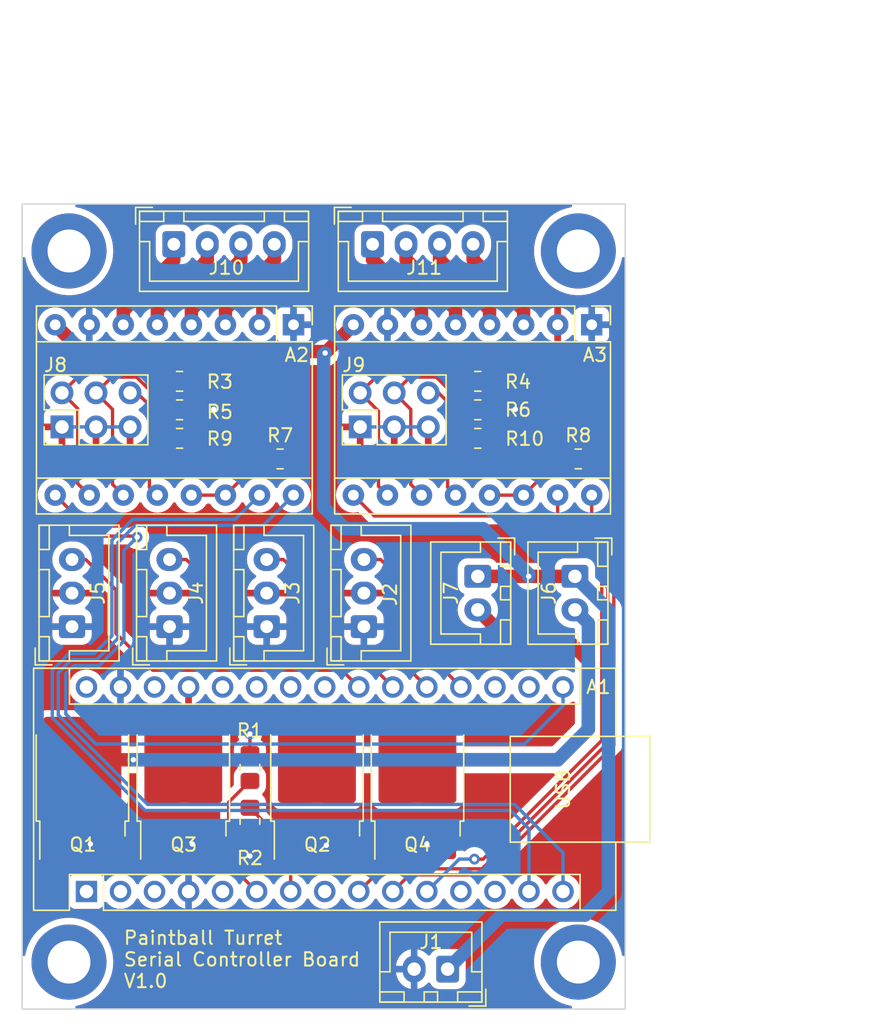
<source format=kicad_pcb>
(kicad_pcb (version 20221018) (generator pcbnew)
  (layers (0 "F.Cu" signal) (31 "B.Cu" signal) (34 "B.Paste" user) (35 "F.Paste" user) (36 "B.SilkS" user "B.Silkscreen") (37 "F.SilkS" user "F.Silkscreen") (38 "B.Mask" user) (39 "F.Mask" user) (44 "Edge.Cuts" user))
  (net 0 "")
  (net 4 "GND")
  (net 6 "trigger-primary")
  (net 7 "trigger-secondary")
  (net 9 "pitch-step")
  (net 10 "pitch-dir")
  (net 11 "pitch-enable")
  (net 14 "yaw-step")
  (net 15 "yaw-dir")
  (net 16 "yaw-enable")
  (net 23 "+5V")
  (net 26 "Net-(A2-1B)")
  (net 27 "Net-(A2-1A)")
  (net 28 "Net-(A2-2A)")
  (net 29 "Net-(A2-2B)")
  (net 30 "VCC")
  (net 31 "Net-(A2-MS1)")
  (net 32 "Net-(A2-MS2)")
  (net 33 "Net-(A2-MS3)")
  (net 34 "Net-(A2-~{RESET})")
  (net 35 "Net-(A3-1B)")
  (net 36 "Net-(A3-1A)")
  (net 37 "Net-(A3-2A)")
  (net 38 "Net-(A3-2B)")
  (net 39 "Net-(A3-MS1)")
  (net 40 "Net-(A3-MS2)")
  (net 41 "Net-(A3-MS3)")
  (net 42 "Net-(A3-~{RESET})")
  (net 43 "endstop-yaw")
  (net 44 "endstop-pitch-1")
  (net 45 "endstop-pitch-2")
  (net 46 "mag-sensor")
  (net 47 "Net-(J6-Pin_2)")
  (net 48 "Net-(J7-Pin_2)")
  (footprint "Connector_JST:JST_XH_B4B-XH-A_1x04_P2.50mm_Vertical" (layer "F.Cu") (at 131.32 43)
    (fp_text reference "J10" (at 3.93 1.75) (layer "F.SilkS"))
    (fp_text value "Conn_01x04")
    (pad "1" thru_hole roundrect locked (at 0 0) (size 1.7 1.95) (drill 0.95) (layers "*.Cu" "*.Mask") (roundrect_rratio 0.1470588235) (net 29 "Net-(A2-2B)"))
    (pad "2" thru_hole oval locked (at 2.5 0) (size 1.7 1.95) (drill 0.95) (layers "*.Cu" "*.Mask") (net 28 "Net-(A2-2A)"))
    (pad "3" thru_hole oval locked (at 5 0) (size 1.7 1.95) (drill 0.95) (layers "*.Cu" "*.Mask") (net 27 "Net-(A2-1A)"))
    (pad "4" thru_hole oval locked (at 7.5 0) (size 1.7 1.95) (drill 0.95) (layers "*.Cu" "*.Mask") (net 26 "Net-(A2-1B)"))
  )
  (footprint "MountingHole:MountingHole_3.2mm_M3_DIN965_Pad" (layer "F.Cu") (at 123.5 43.5)
    (fp_text reference "H1" hide)
    (fp_text value "MountingHole")
    (pad "1" thru_hole circle locked (at 0 0) (size 5.6 5.6) (drill 3.2) (layers "*.Cu" "*.Mask"))
  )
  (footprint "Connector_PinHeader_2.54mm:PinHeader_2x03_P2.54mm_Vertical" (layer "F.Cu") (at 122.975 56.615 90)
    (fp_text reference "J8" (at 4.615 -0.475 180) (layer "F.SilkS"))
    (fp_text value "Conn_02x03_Odd_Even")
    (pad "1" thru_hole rect locked (at 0 0 90) (size 1.7 1.7) (drill 1) (layers "*.Cu" "*.Mask") (net 23 "+5V"))
    (pad "2" thru_hole oval locked (at 2.54 0 90) (size 1.7 1.7) (drill 1) (layers "*.Cu" "*.Mask") (net 31 "Net-(A2-MS1)"))
    (pad "3" thru_hole oval locked (at 0 2.54 90) (size 1.7 1.7) (drill 1) (layers "*.Cu" "*.Mask") (net 23 "+5V"))
    (pad "4" thru_hole oval locked (at 2.54 2.54 90) (size 1.7 1.7) (drill 1) (layers "*.Cu" "*.Mask") (net 32 "Net-(A2-MS2)"))
    (pad "5" thru_hole oval locked (at 0 5.08 90) (size 1.7 1.7) (drill 1) (layers "*.Cu" "*.Mask") (net 23 "+5V"))
    (pad "6" thru_hole oval locked (at 2.54 5.08 90) (size 1.7 1.7) (drill 1) (layers "*.Cu" "*.Mask") (net 33 "Net-(A2-MS3)"))
  )
  (footprint "Connector_JST:JST_XH_B3B-XH-A_1x03_P2.50mm_Vertical" (layer "F.Cu") (at 123.725 71.5 90)
    (fp_text reference "J5" (at 2.5 1.925 90) (layer "F.SilkS"))
    (fp_text value "Conn_01x03")
    (pad "1" thru_hole roundrect locked (at 0 0 90) (size 1.7 1.95) (drill 0.95) (layers "*.Cu" "*.Mask") (roundrect_rratio 0.1470588235) (net 4 "GND"))
    (pad "2" thru_hole oval locked (at 2.5 0 90) (size 1.7 1.95) (drill 0.95) (layers "*.Cu" "*.Mask") (net 23 "+5V"))
    (pad "3" thru_hole oval locked (at 5 0 90) (size 1.7 1.95) (drill 0.95) (layers "*.Cu" "*.Mask") (net 46 "mag-sensor"))
  )
  (footprint "MountingHole:MountingHole_3.2mm_M3_DIN965_Pad" (layer "F.Cu") (at 161.5 43.5)
    (fp_text reference "H2" hide)
    (fp_text value "MountingHole")
    (pad "1" thru_hole circle locked (at 0 0) (size 5.6 5.6) (drill 3.2) (layers "*.Cu" "*.Mask"))
  )
  (footprint "Connector_JST:JST_XH_B4B-XH-A_1x04_P2.50mm_Vertical" (layer "F.Cu") (at 146.15 43)
    (fp_text reference "J11" (at 3.85 1.75) (layer "F.SilkS"))
    (fp_text value "Conn_01x04")
    (pad "1" thru_hole roundrect locked (at 0 0) (size 1.7 1.95) (drill 0.95) (layers "*.Cu" "*.Mask") (roundrect_rratio 0.1470588235) (net 38 "Net-(A3-2B)"))
    (pad "2" thru_hole oval locked (at 2.5 0) (size 1.7 1.95) (drill 0.95) (layers "*.Cu" "*.Mask") (net 37 "Net-(A3-2A)"))
    (pad "3" thru_hole oval locked (at 5 0) (size 1.7 1.95) (drill 0.95) (layers "*.Cu" "*.Mask") (net 36 "Net-(A3-1A)"))
    (pad "4" thru_hole oval locked (at 7.5 0) (size 1.7 1.95) (drill 0.95) (layers "*.Cu" "*.Mask") (net 35 "Net-(A3-1B)"))
  )
  (footprint "Connector_JST:JST_XH_B2B-XH-A_1x02_P2.50mm_Vertical" (layer "F.Cu") (at 161.25 67.75 -90)
    (fp_text reference "J6" (at 1.25 1.95 90) (layer "F.SilkS"))
    (fp_text value "Conn_01x02")
    (pad "1" thru_hole roundrect locked (at 0 0 270) (size 1.7 2) (drill 1) (layers "*.Cu" "*.Mask") (roundrect_rratio 0.1470588235) (net 30 "VCC"))
    (pad "2" thru_hole oval locked (at 2.5 0 270) (size 1.7 2) (drill 1) (layers "*.Cu" "*.Mask") (net 47 "Net-(J6-Pin_2)"))
  )
  (footprint "Connector_JST:JST_XH_B3B-XH-A_1x03_P2.50mm_Vertical" (layer "F.Cu") (at 131 71.5 90)
    (fp_text reference "J4" (at 2.5 1.975 90) (layer "F.SilkS"))
    (fp_text value "Conn_01x03")
    (pad "1" thru_hole roundrect locked (at 0 0 90) (size 1.7 1.95) (drill 0.95) (layers "*.Cu" "*.Mask") (roundrect_rratio 0.1470588235) (net 4 "GND"))
    (pad "2" thru_hole oval locked (at 2.5 0 90) (size 1.7 1.95) (drill 0.95) (layers "*.Cu" "*.Mask") (net 23 "+5V"))
    (pad "3" thru_hole oval locked (at 5 0 90) (size 1.7 1.95) (drill 0.95) (layers "*.Cu" "*.Mask") (net 45 "endstop-pitch-2"))
  )
  (footprint "Module:Arduino_Nano" (layer "F.Cu") (at 124.8 91.24 90)
    (fp_text reference "A1" (at 15.24 38.2 180) (layer "F.SilkS"))
    (fp_text value "Arduino_Nano_v3.x")
    (fp_text user "USB" (at 7.62 35.56 90 unlocked) (layer "F.SilkS"))
    (pad "1" thru_hole rect locked (at 0 0 90) (size 1.6 1.6) (drill 1) (layers "*.Cu" "*.Mask"))
    (pad "2" thru_hole oval locked (at 0 2.54 90) (size 1.6 1.6) (drill 1) (layers "*.Cu" "*.Mask"))
    (pad "3" thru_hole oval locked (at 0 5.08 90) (size 1.6 1.6) (drill 1) (layers "*.Cu" "*.Mask"))
    (pad "4" thru_hole oval locked (at 0 7.62 90) (size 1.6 1.6) (drill 1) (layers "*.Cu" "*.Mask") (net 4 "GND"))
    (pad "5" thru_hole oval locked (at 0 10.16 90) (size 1.6 1.6) (drill 1) (layers "*.Cu" "*.Mask"))
    (pad "6" thru_hole oval locked (at 0 12.7 90) (size 1.6 1.6) (drill 1) (layers "*.Cu" "*.Mask") (net 6 "trigger-primary"))
    (pad "7" thru_hole oval locked (at 0 15.24 90) (size 1.6 1.6) (drill 1) (layers "*.Cu" "*.Mask") (net 7 "trigger-secondary"))
    (pad "8" thru_hole oval locked (at 0 17.78 90) (size 1.6 1.6) (drill 1) (layers "*.Cu" "*.Mask"))
    (pad "9" thru_hole oval locked (at 0 20.32 90) (size 1.6 1.6) (drill 1) (layers "*.Cu" "*.Mask") (net 9 "pitch-step"))
    (pad "10" thru_hole oval locked (at 0 22.86 90) (size 1.6 1.6) (drill 1) (layers "*.Cu" "*.Mask") (net 10 "pitch-dir"))
    (pad "11" thru_hole oval locked (at 0 25.4 90) (size 1.6 1.6) (drill 1) (layers "*.Cu" "*.Mask") (net 11 "pitch-enable"))
    (pad "12" thru_hole oval locked (at 0 27.94 90) (size 1.6 1.6) (drill 1) (layers "*.Cu" "*.Mask"))
    (pad "13" thru_hole oval locked (at 0 30.48 90) (size 1.6 1.6) (drill 1) (layers "*.Cu" "*.Mask"))
    (pad "14" thru_hole oval locked (at 0 33.02 90) (size 1.6 1.6) (drill 1) (layers "*.Cu" "*.Mask") (net 14 "yaw-step"))
    (pad "15" thru_hole oval locked (at 0 35.56 90) (size 1.6 1.6) (drill 1) (layers "*.Cu" "*.Mask") (net 15 "yaw-dir"))
    (pad "16" thru_hole oval locked (at 15.24 35.56 90) (size 1.6 1.6) (drill 1) (layers "*.Cu" "*.Mask") (net 16 "yaw-enable"))
    (pad "17" thru_hole oval locked (at 15.24 33.02 90) (size 1.6 1.6) (drill 1) (layers "*.Cu" "*.Mask"))
    (pad "18" thru_hole oval locked (at 15.24 30.48 90) (size 1.6 1.6) (drill 1) (layers "*.Cu" "*.Mask"))
    (pad "19" thru_hole oval locked (at 15.24 27.94 90) (size 1.6 1.6) (drill 1) (layers "*.Cu" "*.Mask") (net 43 "endstop-yaw"))
    (pad "20" thru_hole oval locked (at 15.24 25.4 90) (size 1.6 1.6) (drill 1) (layers "*.Cu" "*.Mask") (net 44 "endstop-pitch-1"))
    (pad "21" thru_hole oval locked (at 15.24 22.86 90) (size 1.6 1.6) (drill 1) (layers "*.Cu" "*.Mask") (net 45 "endstop-pitch-2"))
    (pad "22" thru_hole oval locked (at 15.24 20.32 90) (size 1.6 1.6) (drill 1) (layers "*.Cu" "*.Mask") (net 46 "mag-sensor"))
    (pad "23" thru_hole oval locked (at 15.24 17.78 90) (size 1.6 1.6) (drill 1) (layers "*.Cu" "*.Mask"))
    (pad "24" thru_hole oval locked (at 15.24 15.24 90) (size 1.6 1.6) (drill 1) (layers "*.Cu" "*.Mask"))
    (pad "25" thru_hole oval locked (at 15.24 12.7 90) (size 1.6 1.6) (drill 1) (layers "*.Cu" "*.Mask"))
    (pad "26" thru_hole oval locked (at 15.24 10.16 90) (size 1.6 1.6) (drill 1) (layers "*.Cu" "*.Mask"))
    (pad "27" thru_hole oval locked (at 15.24 7.62 90) (size 1.6 1.6) (drill 1) (layers "*.Cu" "*.Mask") (net 23 "+5V"))
    (pad "28" thru_hole oval locked (at 15.24 5.08 90) (size 1.6 1.6) (drill 1) (layers "*.Cu" "*.Mask"))
    (pad "29" thru_hole oval locked (at 15.24 2.54 90) (size 1.6 1.6) (drill 1) (layers "*.Cu" "*.Mask") (net 4 "GND"))
    (pad "30" thru_hole oval locked (at 15.24 0 90) (size 1.6 1.6) (drill 1) (layers "*.Cu" "*.Mask"))
  )
  (footprint "Resistor_SMD:R_0805_2012Metric_Pad1.20x1.40mm_HandSolder" (layer "F.Cu") (at 137 86 -90)
    (fp_text reference "R2" (at 2.75 0 -180) (layer "F.SilkS"))
    (fp_text value "10k")
    (pad "1" smd roundrect locked (at -1 0 270) (size 1.2 1.4) (layers "F.Cu" "F.Paste" "F.Mask") (roundrect_rratio 0.2083333333) (net 7 "trigger-secondary"))
    (pad "2" smd roundrect locked (at 1 0 270) (size 1.2 1.4) (layers "F.Cu" "F.Paste" "F.Mask") (roundrect_rratio 0.2083333333) (net 4 "GND"))
  )
  (footprint "Resistor_SMD:R_0805_2012Metric_Pad1.20x1.40mm_HandSolder" (layer "F.Cu") (at 154 57.465 180)
    (fp_text reference "R10" (at -3.5 -0.035) (layer "F.SilkS"))
    (fp_text value "10k")
    (pad "1" smd roundrect locked (at -1 0 180) (size 1.2 1.4) (layers "F.Cu" "F.Paste" "F.Mask") (roundrect_rratio 0.2083333333) (net 4 "GND"))
    (pad "2" smd roundrect locked (at 1 0 180) (size 1.2 1.4) (layers "F.Cu" "F.Paste" "F.Mask") (roundrect_rratio 0.2083333333) (net 41 "Net-(A3-MS3)"))
  )
  (footprint "MountingHole:MountingHole_3.2mm_M3_DIN965_Pad" (layer "F.Cu") (at 161.5 96.5)
    (fp_text reference "H4" hide)
    (fp_text value "MountingHole")
    (pad "1" thru_hole circle locked (at 0 0) (size 5.6 5.6) (drill 3.2) (layers "*.Cu" "*.Mask"))
  )
  (footprint "Module:Pololu_Breakout-16_15.2x20.3mm" (layer "F.Cu") (at 140.25 49 -90)
    (fp_text reference locked "A2" (at 2.25 -0.25) (layer "F.SilkS"))
    (fp_text value "Pololu_Breakout_A4988")
    (pad "1" thru_hole rect locked (at 0 0 270) (size 1.6 1.6) (drill 0.8) (layers "*.Cu" "*.Mask") (net 4 "GND"))
    (pad "2" thru_hole oval locked (at 0 2.54 270) (size 1.6 1.6) (drill 0.8) (layers "*.Cu" "*.Mask") (net 23 "+5V"))
    (pad "3" thru_hole oval locked (at 0 5.08 270) (size 1.6 1.6) (drill 0.8) (layers "*.Cu" "*.Mask") (net 26 "Net-(A2-1B)"))
    (pad "4" thru_hole oval locked (at 0 7.62 270) (size 1.6 1.6) (drill 0.8) (layers "*.Cu" "*.Mask") (net 27 "Net-(A2-1A)"))
    (pad "5" thru_hole oval locked (at 0 10.16 270) (size 1.6 1.6) (drill 0.8) (layers "*.Cu" "*.Mask") (net 28 "Net-(A2-2A)"))
    (pad "6" thru_hole oval locked (at 0 12.7 270) (size 1.6 1.6) (drill 0.8) (layers "*.Cu" "*.Mask") (net 29 "Net-(A2-2B)"))
    (pad "7" thru_hole oval locked (at 0 15.24 270) (size 1.6 1.6) (drill 0.8) (layers "*.Cu" "*.Mask") (net 4 "GND"))
    (pad "8" thru_hole oval locked (at 0 17.78 270) (size 1.6 1.6) (drill 0.8) (layers "*.Cu" "*.Mask") (net 30 "VCC"))
    (pad "9" thru_hole oval locked (at 12.7 17.78 270) (size 1.6 1.6) (drill 0.8) (layers "*.Cu" "*.Mask") (net 16 "yaw-enable"))
    (pad "10" thru_hole oval locked (at 12.7 15.24 270) (size 1.6 1.6) (drill 0.8) (layers "*.Cu" "*.Mask") (net 31 "Net-(A2-MS1)"))
    (pad "11" thru_hole oval locked (at 12.7 12.7 270) (size 1.6 1.6) (drill 0.8) (layers "*.Cu" "*.Mask") (net 32 "Net-(A2-MS2)"))
    (pad "12" thru_hole oval locked (at 12.7 10.16 270) (size 1.6 1.6) (drill 0.8) (layers "*.Cu" "*.Mask") (net 33 "Net-(A2-MS3)"))
    (pad "13" thru_hole oval locked (at 12.7 7.62 270) (size 1.6 1.6) (drill 0.8) (layers "*.Cu" "*.Mask") (net 34 "Net-(A2-~{RESET})"))
    (pad "14" thru_hole oval locked (at 12.7 5.08 270) (size 1.6 1.6) (drill 0.8) (layers "*.Cu" "*.Mask") (net 34 "Net-(A2-~{RESET})"))
    (pad "15" thru_hole oval locked (at 12.7 2.54 270) (size 1.6 1.6) (drill 0.8) (layers "*.Cu" "*.Mask") (net 14 "yaw-step"))
    (pad "16" thru_hole oval locked (at 12.7 0 270) (size 1.6 1.6) (drill 0.8) (layers "*.Cu" "*.Mask") (net 15 "yaw-dir"))
  )
  (footprint "Resistor_SMD:R_0805_2012Metric_Pad1.20x1.40mm_HandSolder" (layer "F.Cu") (at 139.25 59 180)
    (fp_text reference "R7" (at 0 1.75) (layer "F.SilkS"))
    (fp_text value "10k")
    (pad "1" smd roundrect locked (at -1 0 180) (size 1.2 1.4) (layers "F.Cu" "F.Paste" "F.Mask") (roundrect_rratio 0.2083333333) (net 23 "+5V"))
    (pad "2" smd roundrect locked (at 1 0 180) (size 1.2 1.4) (layers "F.Cu" "F.Paste" "F.Mask") (roundrect_rratio 0.2083333333) (net 34 "Net-(A2-~{RESET})"))
  )
  (footprint "Resistor_SMD:R_0805_2012Metric_Pad1.20x1.40mm_HandSolder" (layer "F.Cu") (at 131.75 55.34 180)
    (fp_text reference "R5" (at -3 -0.16) (layer "F.SilkS"))
    (fp_text value "10k")
    (pad "1" smd roundrect locked (at -1 0 180) (size 1.2 1.4) (layers "F.Cu" "F.Paste" "F.Mask") (roundrect_rratio 0.2083333333) (net 4 "GND"))
    (pad "2" smd roundrect locked (at 1 0 180) (size 1.2 1.4) (layers "F.Cu" "F.Paste" "F.Mask") (roundrect_rratio 0.2083333333) (net 32 "Net-(A2-MS2)"))
  )
  (footprint "Package_TO_SOT_SMD:TO-252-2" (layer "F.Cu") (at 132.03 82.685 90)
    (fp_text reference "Q3" (at -5.065 0.03 180) (layer "F.SilkS"))
    (fp_text value "D4184")
    (pad "1" smd roundrect locked (at -5.04 -2.28 90) (size 2.2 1.2) (layers "F.Cu" "F.Paste" "F.Mask") (roundrect_rratio 0.2083333333) (net 6 "trigger-primary"))
    (pad "2" smd roundrect locked (at -0.415 -1.525 90) (size 3.05 2.75) (layers "F.Cu" "F.Paste") (roundrect_rratio 0.09090909091) (net 47 "Net-(J6-Pin_2)"))
    (pad "2" smd roundrect locked (at -0.415 1.525 90) (size 3.05 2.75) (layers "F.Cu" "F.Paste") (roundrect_rratio 0.09090909091) (net 47 "Net-(J6-Pin_2)"))
    (pad "2" smd roundrect locked (at 1.26 0 90) (size 6.4 5.8) (layers "F.Cu" "F.Mask") (roundrect_rratio 0.04310293103) (net 47 "Net-(J6-Pin_2)"))
    (pad "2" smd roundrect locked (at 2.935 -1.525 90) (size 3.05 2.75) (layers "F.Cu" "F.Paste") (roundrect_rratio 0.09090909091) (net 47 "Net-(J6-Pin_2)"))
    (pad "2" smd roundrect locked (at 2.935 1.525 90) (size 3.05 2.75) (layers "F.Cu" "F.Paste") (roundrect_rratio 0.09090909091) (net 47 "Net-(J6-Pin_2)"))
    (pad "3" smd roundrect locked (at -5.04 2.28 90) (size 2.2 1.2) (layers "F.Cu" "F.Paste" "F.Mask") (roundrect_rratio 0.2083333333) (net 4 "GND"))
  )
  (footprint "Resistor_SMD:R_0805_2012Metric_Pad1.20x1.40mm_HandSolder" (layer "F.Cu") (at 161.5 59 180)
    (fp_text reference "R8" (at 0 1.75) (layer "F.SilkS"))
    (fp_text value "10k")
    (pad "1" smd roundrect locked (at -1 0 180) (size 1.2 1.4) (layers "F.Cu" "F.Paste" "F.Mask") (roundrect_rratio 0.2083333333) (net 23 "+5V"))
    (pad "2" smd roundrect locked (at 1 0 180) (size 1.2 1.4) (layers "F.Cu" "F.Paste" "F.Mask") (roundrect_rratio 0.2083333333) (net 42 "Net-(A3-~{RESET})"))
  )
  (footprint "Resistor_SMD:R_0805_2012Metric_Pad1.20x1.40mm_HandSolder" (layer "F.Cu") (at 131.75 53.215 180)
    (fp_text reference "R3" (at -3 -0.035) (layer "F.SilkS"))
    (fp_text value "10k")
    (pad "1" smd roundrect locked (at -1 0 180) (size 1.2 1.4) (layers "F.Cu" "F.Paste" "F.Mask") (roundrect_rratio 0.2083333333) (net 4 "GND"))
    (pad "2" smd roundrect locked (at 1 0 180) (size 1.2 1.4) (layers "F.Cu" "F.Paste" "F.Mask") (roundrect_rratio 0.2083333333) (net 31 "Net-(A2-MS1)"))
  )
  (footprint "Package_TO_SOT_SMD:TO-252-2" (layer "F.Cu") (at 149.5 82.685 90)
    (fp_text reference "Q4" (at -5.065 0 180) (layer "F.SilkS"))
    (fp_text value "D4184")
    (pad "1" smd roundrect locked (at -5.04 -2.28 90) (size 2.2 1.2) (layers "F.Cu" "F.Paste" "F.Mask") (roundrect_rratio 0.2083333333) (net 7 "trigger-secondary"))
    (pad "2" smd roundrect locked (at -0.415 -1.525 90) (size 3.05 2.75) (layers "F.Cu" "F.Paste") (roundrect_rratio 0.09090909091) (net 48 "Net-(J7-Pin_2)"))
    (pad "2" smd roundrect locked (at -0.415 1.525 90) (size 3.05 2.75) (layers "F.Cu" "F.Paste") (roundrect_rratio 0.09090909091) (net 48 "Net-(J7-Pin_2)"))
    (pad "2" smd roundrect locked (at 1.26 0 90) (size 6.4 5.8) (layers "F.Cu" "F.Mask") (roundrect_rratio 0.04310293103) (net 48 "Net-(J7-Pin_2)"))
    (pad "2" smd roundrect locked (at 2.935 -1.525 90) (size 3.05 2.75) (layers "F.Cu" "F.Paste") (roundrect_rratio 0.09090909091) (net 48 "Net-(J7-Pin_2)"))
    (pad "2" smd roundrect locked (at 2.935 1.525 90) (size 3.05 2.75) (layers "F.Cu" "F.Paste") (roundrect_rratio 0.09090909091) (net 48 "Net-(J7-Pin_2)"))
    (pad "3" smd roundrect locked (at -5.04 2.28 90) (size 2.2 1.2) (layers "F.Cu" "F.Paste" "F.Mask") (roundrect_rratio 0.2083333333) (net 4 "GND"))
  )
  (footprint "Connector_JST:JST_XH_B2B-XH-A_1x02_P2.50mm_Vertical" (layer "F.Cu") (at 154 67.75 -90)
    (fp_text reference "J7" (at 1.25 2 90) (layer "F.SilkS"))
    (fp_text value "Conn_01x02")
    (pad "1" thru_hole roundrect locked (at 0 0 270) (size 1.7 2) (drill 1) (layers "*.Cu" "*.Mask") (roundrect_rratio 0.1470588235) (net 30 "VCC"))
    (pad "2" thru_hole oval locked (at 2.5 0 270) (size 1.7 2) (drill 1) (layers "*.Cu" "*.Mask") (net 48 "Net-(J7-Pin_2)"))
  )
  (footprint "Resistor_SMD:R_0805_2012Metric_Pad1.20x1.40mm_HandSolder" (layer "F.Cu") (at 154 53.215 180)
    (fp_text reference "R4" (at -3 -0.035) (layer "F.SilkS"))
    (fp_text value "10k")
    (pad "1" smd roundrect locked (at -1 0 180) (size 1.2 1.4) (layers "F.Cu" "F.Paste" "F.Mask") (roundrect_rratio 0.2083333333) (net 4 "GND"))
    (pad "2" smd roundrect locked (at 1 0 180) (size 1.2 1.4) (layers "F.Cu" "F.Paste" "F.Mask") (roundrect_rratio 0.2083333333) (net 39 "Net-(A3-MS1)"))
  )
  (footprint "Resistor_SMD:R_0805_2012Metric_Pad1.20x1.40mm_HandSolder" (layer "F.Cu") (at 137 82 90)
    (fp_text reference "R1" (at 2.75 0 180) (layer "F.SilkS"))
    (fp_text value "10k")
    (pad "1" smd roundrect locked (at -1 0 90) (size 1.2 1.4) (layers "F.Cu" "F.Paste" "F.Mask") (roundrect_rratio 0.2083333333) (net 6 "trigger-primary"))
    (pad "2" smd roundrect locked (at 1 0 90) (size 1.2 1.4) (layers "F.Cu" "F.Paste" "F.Mask") (roundrect_rratio 0.2083333333) (net 4 "GND"))
  )
  (footprint "Package_TO_SOT_SMD:TO-252-2" (layer "F.Cu") (at 142 82.685 90)
    (fp_text reference "Q2" (at -5.065 0.03 180) (layer "F.SilkS"))
    (fp_text value "D4184")
    (pad "1" smd roundrect locked (at -5.04 -2.28 90) (size 2.2 1.2) (layers "F.Cu" "F.Paste" "F.Mask") (roundrect_rratio 0.2083333333) (net 7 "trigger-secondary"))
    (pad "2" smd roundrect locked (at -0.415 -1.525 90) (size 3.05 2.75) (layers "F.Cu" "F.Paste") (roundrect_rratio 0.09090909091) (net 48 "Net-(J7-Pin_2)"))
    (pad "2" smd roundrect locked (at -0.415 1.525 90) (size 3.05 2.75) (layers "F.Cu" "F.Paste") (roundrect_rratio 0.09090909091) (net 48 "Net-(J7-Pin_2)"))
    (pad "2" smd roundrect locked (at 1.26 0 90) (size 6.4 5.8) (layers "F.Cu" "F.Mask") (roundrect_rratio 0.04310293103) (net 48 "Net-(J7-Pin_2)"))
    (pad "2" smd roundrect locked (at 2.935 -1.525 90) (size 3.05 2.75) (layers "F.Cu" "F.Paste") (roundrect_rratio 0.09090909091) (net 48 "Net-(J7-Pin_2)"))
    (pad "2" smd roundrect locked (at 2.935 1.525 90) (size 3.05 2.75) (layers "F.Cu" "F.Paste") (roundrect_rratio 0.09090909091) (net 48 "Net-(J7-Pin_2)"))
    (pad "3" smd roundrect locked (at -5.04 2.28 90) (size 2.2 1.2) (layers "F.Cu" "F.Paste" "F.Mask") (roundrect_rratio 0.2083333333) (net 4 "GND"))
  )
  (footprint "MountingHole:MountingHole_3.2mm_M3_DIN965_Pad" (layer "F.Cu") (at 123.5 96.5)
    (fp_text reference "H3" hide)
    (fp_text value "MountingHole")
    (pad "1" thru_hole circle locked (at 0 0) (size 5.6 5.6) (drill 3.2) (layers "*.Cu" "*.Mask"))
  )
  (footprint "Connector_JST:JST_XH_B2B-XH-A_1x02_P2.50mm_Vertical" (layer "F.Cu") (at 151.75 97.025 180)
    (fp_text reference "J1" (at 1.25 2.025) (layer "F.SilkS"))
    (fp_text value "Conn_01x02")
    (pad "1" thru_hole roundrect locked (at 0 0 180) (size 1.7 2) (drill 1) (layers "*.Cu" "*.Mask") (roundrect_rratio 0.1470588235) (net 30 "VCC"))
    (pad "2" thru_hole oval locked (at 2.5 0 180) (size 1.7 2) (drill 1) (layers "*.Cu" "*.Mask") (net 4 "GND"))
  )
  (footprint "Connector_JST:JST_XH_B3B-XH-A_1x03_P2.50mm_Vertical" (layer "F.Cu") (at 145.5 71.5 90)
    (fp_text reference "J2" (at 2.4 1.95 90) (layer "F.SilkS"))
    (fp_text value "Conn_01x03")
    (pad "1" thru_hole roundrect locked (at 0 0 90) (size 1.7 1.95) (drill 0.95) (layers "*.Cu" "*.Mask") (roundrect_rratio 0.1470588235) (net 4 "GND"))
    (pad "2" thru_hole oval locked (at 2.5 0 90) (size 1.7 1.95) (drill 0.95) (layers "*.Cu" "*.Mask") (net 23 "+5V"))
    (pad "3" thru_hole oval locked (at 5 0 90) (size 1.7 1.95) (drill 0.95) (layers "*.Cu" "*.Mask") (net 43 "endstop-yaw"))
  )
  (footprint "Connector_PinHeader_2.54mm:PinHeader_2x03_P2.54mm_Vertical" (layer "F.Cu") (at 145.225 56.615 90)
    (fp_text reference "J9" (at 4.615 -0.475 180) (layer "F.SilkS"))
    (fp_text value "Conn_02x03_Odd_Even")
    (pad "1" thru_hole rect locked (at 0 0 90) (size 1.7 1.7) (drill 1) (layers "*.Cu" "*.Mask") (net 23 "+5V"))
    (pad "2" thru_hole oval locked (at 2.54 0 90) (size 1.7 1.7) (drill 1) (layers "*.Cu" "*.Mask") (net 39 "Net-(A3-MS1)"))
    (pad "3" thru_hole oval locked (at 0 2.54 90) (size 1.7 1.7) (drill 1) (layers "*.Cu" "*.Mask") (net 23 "+5V"))
    (pad "4" thru_hole oval locked (at 2.54 2.54 90) (size 1.7 1.7) (drill 1) (layers "*.Cu" "*.Mask") (net 40 "Net-(A3-MS2)"))
    (pad "5" thru_hole oval locked (at 0 5.08 90) (size 1.7 1.7) (drill 1) (layers "*.Cu" "*.Mask") (net 23 "+5V"))
    (pad "6" thru_hole oval locked (at 2.54 5.08 90) (size 1.7 1.7) (drill 1) (layers "*.Cu" "*.Mask") (net 41 "Net-(A3-MS3)"))
  )
  (footprint "Resistor_SMD:R_0805_2012Metric_Pad1.20x1.40mm_HandSolder" (layer "F.Cu") (at 154 55.34 180)
    (fp_text reference "R6" (at -3 0) (layer "F.SilkS"))
    (fp_text value "10k")
    (pad "1" smd roundrect locked (at -1 0 180) (size 1.2 1.4) (layers "F.Cu" "F.Paste" "F.Mask") (roundrect_rratio 0.2083333333) (net 4 "GND"))
    (pad "2" smd roundrect locked (at 1 0 180) (size 1.2 1.4) (layers "F.Cu" "F.Paste" "F.Mask") (roundrect_rratio 0.2083333333) (net 40 "Net-(A3-MS2)"))
  )
  (footprint "Connector_JST:JST_XH_B3B-XH-A_1x03_P2.50mm_Vertical" (layer "F.Cu") (at 138.25 71.5 90)
    (fp_text reference "J3" (at 2.5 1.925 90) (layer "F.SilkS"))
    (fp_text value "Conn_01x03")
    (pad "1" thru_hole roundrect locked (at 0 0 90) (size 1.7 1.95) (drill 0.95) (layers "*.Cu" "*.Mask") (roundrect_rratio 0.1470588235) (net 4 "GND"))
    (pad "2" thru_hole oval locked (at 2.5 0 90) (size 1.7 1.95) (drill 0.95) (layers "*.Cu" "*.Mask") (net 23 "+5V"))
    (pad "3" thru_hole oval locked (at 5 0 90) (size 1.7 1.95) (drill 0.95) (layers "*.Cu" "*.Mask") (net 44 "endstop-pitch-1"))
  )
  (footprint "Resistor_SMD:R_0805_2012Metric_Pad1.20x1.40mm_HandSolder" (layer "F.Cu") (at 131.75 57.465 180)
    (fp_text reference "R9" (at -3 -0.035) (layer "F.SilkS"))
    (fp_text value "10k")
    (pad "1" smd roundrect locked (at -1 0 180) (size 1.2 1.4) (layers "F.Cu" "F.Paste" "F.Mask") (roundrect_rratio 0.2083333333) (net 4 "GND"))
    (pad "2" smd roundrect locked (at 1 0 180) (size 1.2 1.4) (layers "F.Cu" "F.Paste" "F.Mask") (roundrect_rratio 0.2083333333) (net 33 "Net-(A2-MS3)"))
  )
  (footprint "Module:Pololu_Breakout-16_15.2x20.3mm" (layer "F.Cu") (at 162.5 49 -90)
    (fp_text reference locked "A3" (at 2.25 -0.25) (layer "F.SilkS"))
    (fp_text value "Pololu_Breakout_A4988")
    (pad "1" thru_hole rect locked (at 0 0 270) (size 1.6 1.6) (drill 0.8) (layers "*.Cu" "*.Mask") (net 4 "GND"))
    (pad "2" thru_hole oval locked (at 0 2.54 270) (size 1.6 1.6) (drill 0.8) (layers "*.Cu" "*.Mask") (net 23 "+5V"))
    (pad "3" thru_hole oval locked (at 0 5.08 270) (size 1.6 1.6) (drill 0.8) (layers "*.Cu" "*.Mask") (net 35 "Net-(A3-1B)"))
    (pad "4" thru_hole oval locked (at 0 7.62 270) (size 1.6 1.6) (drill 0.8) (layers "*.Cu" "*.Mask") (net 36 "Net-(A3-1A)"))
    (pad "5" thru_hole oval locked (at 0 10.16 270) (size 1.6 1.6) (drill 0.8) (layers "*.Cu" "*.Mask") (net 37 "Net-(A3-2A)"))
    (pad "6" thru_hole oval locked (at 0 12.7 270) (size 1.6 1.6) (drill 0.8) (layers "*.Cu" "*.Mask") (net 38 "Net-(A3-2B)"))
    (pad "7" thru_hole oval locked (at 0 15.24 270) (size 1.6 1.6) (drill 0.8) (layers "*.Cu" "*.Mask") (net 4 "GND"))
    (pad "8" thru_hole oval locked (at 0 17.78 270) (size 1.6 1.6) (drill 0.8) (layers "*.Cu" "*.Mask") (net 30 "VCC"))
    (pad "9" thru_hole oval locked (at 12.7 17.78 270) (size 1.6 1.6) (drill 0.8) (layers "*.Cu" "*.Mask") (net 11 "pitch-enable"))
    (pad "10" thru_hole oval locked (at 12.7 15.24 270) (size 1.6 1.6) (drill 0.8) (layers "*.Cu" "*.Mask") (net 39 "Net-(A3-MS1)"))
    (pad "11" thru_hole oval locked (at 12.7 12.7 270) (size 1.6 1.6) (drill 0.8) (layers "*.Cu" "*.Mask") (net 40 "Net-(A3-MS2)"))
    (pad "12" thru_hole oval locked (at 12.7 10.16 270) (size 1.6 1.6) (drill 0.8) (layers "*.Cu" "*.Mask") (net 41 "Net-(A3-MS3)"))
    (pad "13" thru_hole oval locked (at 12.7 7.62 270) (size 1.6 1.6) (drill 0.8) (layers "*.Cu" "*.Mask") (net 42 "Net-(A3-~{RESET})"))
    (pad "14" thru_hole oval locked (at 12.7 5.08 270) (size 1.6 1.6) (drill 0.8) (layers "*.Cu" "*.Mask") (net 42 "Net-(A3-~{RESET})"))
    (pad "15" thru_hole oval locked (at 12.7 2.54 270) (size 1.6 1.6) (drill 0.8) (layers "*.Cu" "*.Mask") (net 9 "pitch-step"))
    (pad "16" thru_hole oval locked (at 12.7 0 270) (size 1.6 1.6) (drill 0.8) (layers "*.Cu" "*.Mask") (net 10 "pitch-dir"))
  )
  (footprint "Package_TO_SOT_SMD:TO-252-2" (layer "F.Cu") (at 124.5 82.685 90)
    (fp_text reference "Q1" (at -5.065 0.03 180) (layer "F.SilkS"))
    (fp_text value "D4184")
    (pad "1" smd roundrect locked (at -5.04 -2.28 90) (size 2.2 1.2) (layers "F.Cu" "F.Paste" "F.Mask") (roundrect_rratio 0.2083333333) (net 6 "trigger-primary"))
    (pad "2" smd roundrect locked (at -0.415 -1.525 90) (size 3.05 2.75) (layers "F.Cu" "F.Paste") (roundrect_rratio 0.09090909091) (net 47 "Net-(J6-Pin_2)"))
    (pad "2" smd roundrect locked (at -0.415 1.525 90) (size 3.05 2.75) (layers "F.Cu" "F.Paste") (roundrect_rratio 0.09090909091) (net 47 "Net-(J6-Pin_2)"))
    (pad "2" smd roundrect locked (at 1.26 0 90) (size 6.4 5.8) (layers "F.Cu" "F.Mask") (roundrect_rratio 0.04310293103) (net 47 "Net-(J6-Pin_2)"))
    (pad "2" smd roundrect locked (at 2.935 -1.525 90) (size 3.05 2.75) (layers "F.Cu" "F.Paste") (roundrect_rratio 0.09090909091) (net 47 "Net-(J6-Pin_2)"))
    (pad "2" smd roundrect locked (at 2.935 1.525 90) (size 3.05 2.75) (layers "F.Cu" "F.Paste") (roundrect_rratio 0.09090909091) (net 47 "Net-(J6-Pin_2)"))
    (pad "3" smd roundrect locked (at -5.04 2.28 90) (size 2.2 1.2) (layers "F.Cu" "F.Paste" "F.Mask") (roundrect_rratio 0.2083333333) (net 4 "GND"))
  )
  (gr_rect (start 120 40) (end 165 100) (stroke (width 0.1)) (fill none) (layer "Edge.Cuts"))
  (gr_text "Paintball Turret\nSerial Controller Board\nV1.0\n" (at 127.5 98.5) (layer "F.SilkS") (effects (font (size 1 1)) (justify left bottom)))
  (segment (start 155 55.34) (end 156.76 55.34) (width 0.25) (layer "F.Cu") (net 4))
  (segment (start 137 87) (end 137 88.6) (width 0.25) (layer "F.Cu") (net 4))
  (segment (start 132.75 55.34) (end 134.26 55.34) (width 0.25) (layer "F.Cu") (net 4))
  (segment (start 132.75 55.34) (end 132.75 57.465) (width 0.25) (layer "F.Cu") (net 4))
  (segment (start 142.775 87.725) (end 142.7 87.8) (width 0.25) (layer "F.Cu") (net 4))
  (segment (start 137 81) (end 137 79.5) (width 0.25) (layer "F.Cu") (net 4))
  (segment (start 150.225 87.725) (end 150.2 87.7) (width 0.25) (layer "F.Cu") (net 4))
  (segment (start 155 55.34) (end 155 57.465) (width 0.25) (layer "F.Cu") (net 4))
  (segment (start 126.78 87.725) (end 125.125 87.725) (width 0.25) (layer "F.Cu") (net 4))
  (segment (start 132.725 87.725) (end 132.7 87.7) (width 0.25) (layer "F.Cu") (net 4))
  (segment (start 144.28 87.725) (end 142.775 87.725) (width 0.25) (layer "F.Cu") (net 4))
  (segment (start 156.76 55.34) (end 156.8 55.3) (width 0.25) (layer "F.Cu") (net 4))
  (segment (start 134.26 55.34) (end 134.3 55.3) (width 0.25) (layer "F.Cu") (net 4))
  (segment (start 155 53.215) (end 155 55.34) (width 0.25) (layer "F.Cu") (net 4))
  (segment (start 134.31 87.725) (end 132.725 87.725) (width 0.25) (layer "F.Cu") (net 4))
  (segment (start 132.75 53.215) (end 132.75 55.34) (width 0.25) (layer "F.Cu") (net 4))
  (segment (start 151.78 87.725) (end 150.225 87.725) (width 0.25) (layer "F.Cu") (net 4))
  (segment (start 125.125 87.725) (end 125.1 87.7) (width 0.25) (layer "F.Cu") (net 4))
  (via (at 134.3 55.3) (size 0.8) (drill 0.4) (layers "F.Cu" "B.Cu") (net 4))
  (via (at 137 88.6) (size 0.8) (drill 0.4) (layers "F.Cu" "B.Cu") (net 4))
  (via blind (at 142.7 87.8) (size 0.8) (drill 0.4) (layers "F.Cu" "B.Cu") (net 4))
  (via (at 137 79.5) (size 0.8) (drill 0.4) (layers "F.Cu" "B.Cu") (net 4))
  (via (at 125.1 87.7) (size 0.8) (drill 0.4) (layers "F.Cu" "B.Cu") (net 4))
  (via (at 150.2 87.7) (size 0.8) (drill 0.4) (layers "F.Cu" "B.Cu") (net 4))
  (via (at 156.8 55.3) (size 0.8) (drill 0.4) (layers "F.Cu" "B.Cu") (net 4))
  (via (at 132.7 87.7) (size 0.8) (drill 0.4) (layers "F.Cu" "B.Cu") (net 4))
  (segment (start 131.175 89.15) (end 135.41 89.15) (width 0.25) (layer "F.Cu") (net 6))
  (segment (start 123.645 89.15) (end 128.325 89.15) (width 0.25) (layer "F.Cu") (net 6))
  (segment (start 122.22 87.725) (end 123.645 89.15) (width 0.25) (layer "F.Cu") (net 6))
  (segment (start 135.41 84.59) (end 135.41 89.15) (width 0.25) (layer "F.Cu") (net 6))
  (segment (start 135.41 89.15) (end 137.5 91.24) (width 0.25) (layer "F.Cu") (net 6))
  (segment (start 129.75 87.725) (end 131.175 89.15) (width 0.25) (layer "F.Cu") (net 6))
  (segment (start 137 83) (end 135.41 84.59) (width 0.25) (layer "F.Cu") (net 6))
  (segment (start 128.325 89.15) (end 129.75 87.725) (width 0.25) (layer "F.Cu") (net 6))
  (segment (start 140.04 88.045) (end 140.04 91.24) (width 0.25) (layer "F.Cu") (net 7))
  (segment (start 139.72 87.725) (end 141.145 89.15) (width 0.25) (layer "F.Cu") (net 7))
  (segment (start 139.72 87.725) (end 140.04 88.045) (width 0.25) (layer "F.Cu") (net 7))
  (segment (start 145.795 89.15) (end 147.22 87.725) (width 0.25) (layer "F.Cu") (net 7))
  (segment (start 137 85.005) (end 139.72 87.725) (width 0.25) (layer "F.Cu") (net 7))
  (segment (start 137 85) (end 137 85.005) (width 0.25) (layer "F.Cu") (net 7))
  (segment (start 141.145 89.15) (end 145.795 89.15) (width 0.25) (layer "F.Cu") (net 7))
  (segment (start 163.7 80.163604) (end 163.7 66.813604) (width 0.25) (layer "F.Cu") (net 9))
  (segment (start 159.96 63.073604) (end 159.96 61.7) (width 0.25) (layer "F.Cu") (net 9))
  (segment (start 163.7 66.813604) (end 159.96 63.073604) (width 0.25) (layer "F.Cu") (net 9))
  (segment (start 154.313604 89.55) (end 163.7 80.163604) (width 0.25) (layer "F.Cu") (net 9))
  (segment (start 146.81 89.55) (end 154.313604 89.55) (width 0.25) (layer "F.Cu") (net 9))
  (segment (start 145.12 91.24) (end 146.81 89.55) (width 0.25) (layer "F.Cu") (net 9))
  (segment (start 164.15 80.35) (end 164.15 66.627208) (width 0.25) (layer "F.Cu") (net 10))
  (segment (start 164.15 66.627208) (end 162.5 64.977208) (width 0.25) (layer "F.Cu") (net 10))
  (segment (start 162.5 64.977208) (end 162.5 61.7) (width 0.25) (layer "F.Cu") (net 10))
  (segment (start 154.5 90) (end 164.15 80.35) (width 0.25) (layer "F.Cu") (net 10))
  (segment (start 148.9 90) (end 154.5 90) (width 0.25) (layer "F.Cu") (net 10))
  (segment (start 147.66 91.24) (end 148.9 90) (width 0.25) (layer "F.Cu") (net 10))
  (segment (start 163.25 79.977208) (end 154.396967 88.830241) (width 0.25) (layer "F.Cu") (net 11))
  (segment (start 144.72 61.7) (end 146.27 63.25) (width 0.25) (layer "F.Cu") (net 11))
  (segment (start 159.5 63.25) (end 163.25 67) (width 0.25) (layer "F.Cu") (net 11))
  (segment (start 163.25 67) (end 163.25 79.977208) (width 0.25) (layer "F.Cu") (net 11))
  (segment (start 153.754741 88.830241) (end 153.75 88.8255) (width 0.25) (layer "F.Cu") (net 11))
  (segment (start 146.27 63.25) (end 159.5 63.25) (width 0.25) (layer "F.Cu") (net 11))
  (segment (start 154.396967 88.830241) (end 153.754741 88.830241) (width 0.25) (layer "F.Cu") (net 11))
  (via (at 153.75 88.8255) (size 0.8) (drill 0.4) (layers "F.Cu" "B.Cu") (net 11))
  (segment (start 153.75 88.8255) (end 152.6145 88.8255) (width 0.25) (layer "B.Cu") (net 11))
  (segment (start 152.6145 88.8255) (end 150.2 91.24) (width 0.25) (layer "B.Cu") (net 11))
  (segment (start 137.71 61.7) (end 135.91 63.5) (width 0.25) (layer "B.Cu") (net 14))
  (segment (start 135.91 63.5) (end 128.25 63.5) (width 0.25) (layer "B.Cu") (net 14))
  (segment (start 126.7 72.186396) (end 125.386396 73.5) (width 0.25) (layer "B.Cu") (net 14))
  (segment (start 122.25 78.275305) (end 129.174695 85.2) (width 0.25) (layer "B.Cu") (net 14))
  (segment (start 126.7 65.05) (end 126.7 72.186396) (width 0.25) (layer "B.Cu") (net 14))
  (segment (start 129.174695 85.2) (end 156.45 85.2) (width 0.25) (layer "B.Cu") (net 14))
  (segment (start 123.5 73.5) (end 122.25 74.75) (width 0.25) (layer "B.Cu") (net 14))
  (segment (start 122.25 74.75) (end 122.25 78.275305) (width 0.25) (layer "B.Cu") (net 14))
  (segment (start 156.45 85.2) (end 157.82 86.57) (width 0.25) (layer "B.Cu") (net 14))
  (segment (start 125.386396 73.5) (end 123.5 73.5) (width 0.25) (layer "B.Cu") (net 14))
  (segment (start 128.25 63.5) (end 126.7 65.05) (width 0.25) (layer "B.Cu") (net 14))
  (segment (start 157.82 86.57) (end 157.82 91.24) (width 0.25) (layer "B.Cu") (net 14))
  (segment (start 128.436396 63.95) (end 127.15 65.236396) (width 0.25) (layer "B.Cu") (net 15))
  (segment (start 160.36 88.36) (end 160.36 91.24) (width 0.25) (layer "B.Cu") (net 15))
  (segment (start 122.7 74.936396) (end 122.7 78.088909) (width 0.25) (layer "B.Cu") (net 15))
  (segment (start 138 63.95) (end 128.436396 63.95) (width 0.25) (layer "B.Cu") (net 15))
  (segment (start 140.25 61.7) (end 138 63.95) (width 0.25) (layer "B.Cu") (net 15))
  (segment (start 122.7 78.088909) (end 129.361091 84.75) (width 0.25) (layer "B.Cu") (net 15))
  (segment (start 125.572792 73.95) (end 123.686396 73.95) (width 0.25) (layer "B.Cu") (net 15))
  (segment (start 127.15 72.372792) (end 125.572792 73.95) (width 0.25) (layer "B.Cu") (net 15))
  (segment (start 129.361091 84.75) (end 156.75 84.75) (width 0.25) (layer "B.Cu") (net 15))
  (segment (start 156.75 84.75) (end 160.36 88.36) (width 0.25) (layer "B.Cu") (net 15))
  (segment (start 127.15 65.236396) (end 127.15 72.372792) (width 0.25) (layer "B.Cu") (net 15))
  (segment (start 123.686396 73.95) (end 122.7 74.936396) (width 0.25) (layer "B.Cu") (net 15))
  (segment (start 122.47 61.7) (end 125.52 64.75) (width 0.25) (layer "F.Cu") (net 16))
  (segment (start 125.52 64.75) (end 128.5 64.75) (width 0.25) (layer "F.Cu") (net 16))
  (segment (start 128.5 64.75) (end 128.580497 64.830497) (width 0.25) (layer "F.Cu") (net 16))
  (via (at 128.580497 64.830497) (size 0.8) (drill 0.4) (layers "F.Cu" "B.Cu") (net 16))
  (segment (start 125.5 80.25) (end 157.5 80.25) (width 0.25) (layer "B.Cu") (net 16))
  (segment (start 157.5 80.25) (end 160.36 77.39) (width 0.25) (layer "B.Cu") (net 16))
  (segment (start 123.261396 78.011396) (end 125.5 80.25) (width 0.25) (layer "B.Cu") (net 16))
  (segment (start 128.580497 64.830497) (end 127.6 65.810994) (width 0.25) (layer "B.Cu") (net 16))
  (segment (start 123.261396 75.011396) (end 123.261396 78.011396) (width 0.25) (layer "B.Cu") (net 16))
  (segment (start 125.759188 74.4) (end 123.872792 74.4) (width 0.25) (layer "B.Cu") (net 16))
  (segment (start 123.261396 75.011396) (end 123.236396 75.036396) (width 0.25) (layer "B.Cu") (net 16))
  (segment (start 127.6 65.810994) (end 127.6 72.559188) (width 0.25) (layer "B.Cu") (net 16))
  (segment (start 127.6 72.559188) (end 125.759188 74.4) (width 0.25) (layer "B.Cu") (net 16))
  (segment (start 123.872792 74.4) (end 123.261396 75.011396) (width 0.25) (layer "B.Cu") (net 16))
  (segment (start 160.36 77.39) (end 160.36 76) (width 0.25) (layer "B.Cu") (net 16))
  (segment (start 145.225 56.615) (end 147.765 56.615) (width 0.25) (layer "B.Cu") (net 23))
  (segment (start 122.975 56.615) (end 125.515 56.615) (width 0.25) (layer "B.Cu") (net 23))
  (segment (start 150.305 56.615) (end 147.765 56.615) (width 0.25) (layer "B.Cu") (net 23))
  (segment (start 125.515 56.615) (end 128.055 56.615) (width 0.25) (layer "B.Cu") (net 23))
  (segment (start 138.82 43) (end 138.82 44.18) (width 1) (layer "F.Cu") (net 26))
  (segment (start 135.17 47.83) (end 135.17 49) (width 1) (layer "F.Cu") (net 26))
  (segment (start 138.82 44.18) (end 135.17 47.83) (width 1) (layer "F.Cu") (net 26))
  (segment (start 136.32 44.18) (end 132.63 47.87) (width 1) (layer "F.Cu") (net 27))
  (segment (start 132.63 47.87) (end 132.63 49) (width 1) (layer "F.Cu") (net 27))
  (segment (start 136.32 43) (end 136.32 44.18) (width 1) (layer "F.Cu") (net 27))
  (segment (start 133.82 43) (end 133.82 44.18) (width 1) (layer "F.Cu") (net 28))
  (segment (start 130.09 47.91) (end 130.09 49) (width 1) (layer "F.Cu") (net 28))
  (segment (start 133.82 44.18) (end 130.09 47.91) (width 1) (layer "F.Cu") (net 28))
  (segment (start 131.32 44.18) (end 127.55 47.95) (width 1) (layer "F.Cu") (net 29))
  (segment (start 127.55 47.95) (end 127.55 49) (width 1) (layer "F.Cu") (net 29))
  (segment (start 131.32 43) (end 131.32 44.18) (width 1) (layer "F.Cu") (net 29))
  (segment (start 154 67.75) (end 157.8 67.75) (width 1) (layer "F.Cu") (net 30))
  (segment (start 142.61 51.11) (end 142.5 51) (width 1) (layer "F.Cu") (net 30))
  (segment (start 157.8 67.75) (end 161.25 67.75) (width 1) (layer "F.Cu") (net 30))
  (segment (start 144.72 49) (end 142.61 51.11) (width 1) (layer "F.Cu") (net 30))
  (segment (start 124.47 51) (end 122.47 49) (width 1) (layer "F.Cu") (net 30))
  (segment (start 142.5 51) (end 124.47 51) (width 1) (layer "F.Cu") (net 30))
  (via (at 142.61 51.11) (size 0.8) (drill 0.4) (layers "F.Cu" "B.Cu") (net 30))
  (via (at 157.8 67.75) (size 0.8) (drill 0.4) (layers "F.Cu" "B.Cu") (net 30))
  (segment (start 155.775 93) (end 162 93) (width 1) (layer "B.Cu") (net 30))
  (segment (start 151.75 97.025) (end 155.775 93) (width 1) (layer "B.Cu") (net 30))
  (segment (start 157.8 67.6) (end 157.8 67.75) (width 1) (layer "B.Cu") (net 30))
  (segment (start 142.5 51.22) (end 142.5 62.6) (width 1) (layer "B.Cu") (net 30))
  (segment (start 142.61 51.11) (end 142.5 51.22) (width 1) (layer "B.Cu") (net 30))
  (segment (start 162 93) (end 163.75 91.25) (width 1) (layer "B.Cu") (net 30))
  (segment (start 163.75 91.25) (end 163.75 70.25) (width 1) (layer "B.Cu") (net 30))
  (segment (start 154.4 64.2) (end 157.8 67.6) (width 1) (layer "B.Cu") (net 30))
  (segment (start 142.5 62.6) (end 144.1 64.2) (width 1) (layer "B.Cu") (net 30))
  (segment (start 163.75 70.25) (end 161.25 67.75) (width 1) (layer "B.Cu") (net 30))
  (segment (start 144.1 64.2) (end 154.4 64.2) (width 1) (layer "B.Cu") (net 30))
  (segment (start 124.15 55.25) (end 124.15 60.84) (width 0.25) (layer "F.Cu") (net 31))
  (segment (start 124.15 60.84) (end 125.01 61.7) (width 0.25) (layer "F.Cu") (net 31))
  (segment (start 124.6 52.45) (end 129.985 52.45) (width 0.25) (layer "F.Cu") (net 31))
  (segment (start 122.975 54.075) (end 124.15 55.25) (width 0.25) (layer "F.Cu") (net 31))
  (segment (start 122.975 54.075) (end 124.6 52.45) (width 0.25) (layer "F.Cu") (net 31))
  (segment (start 129.985 52.45) (end 130.75 53.215) (width 0.25) (layer "F.Cu") (net 31))
  (segment (start 126.69 52.9) (end 125.515 54.075) (width 0.25) (layer "F.Cu") (net 32))
  (segment (start 126.75 60.9) (end 127.55 61.7) (width 0.25) (layer "F.Cu") (net 32))
  (segment (start 130.75 55.108299) (end 128.541701 52.9) (width 0.25) (layer "F.Cu") (net 32))
  (segment (start 126.75 55.31) (end 126.75 60.9) (width 0.25) (layer "F.Cu") (net 32))
  (segment (start 128.541701 52.9) (end 126.69 52.9) (width 0.25) (layer "F.Cu") (net 32))
  (segment (start 125.515 54.075) (end 126.75 55.31) (width 0.25) (layer "F.Cu") (net 32))
  (segment (start 130.75 55.34) (end 130.75 55.108299) (width 0.25) (layer "F.Cu") (net 32))
  (segment (start 129.5 55) (end 129.5 56.215) (width 0.25) (layer "F.Cu") (net 33))
  (segment (start 129.5 61.11) (end 129.5 56.215) (width 0.25) (layer "F.Cu") (net 33))
  (segment (start 128.575 54.075) (end 129.5 55) (width 0.25) (layer "F.Cu") (net 33))
  (segment (start 129.5 56.215) (end 130.75 57.465) (width 0.25) (layer "F.Cu") (net 33))
  (segment (start 130.09 61.7) (end 129.5 61.11) (width 0.25) (layer "F.Cu") (net 33))
  (segment (start 128.055 54.075) (end 128.575 54.075) (width 0.25) (layer "F.Cu") (net 33))
  (segment (start 138.25 59) (end 137.87 59) (width 0.25) (layer "F.Cu") (net 34))
  (segment (start 132.63 61.7) (end 135.17 61.7) (width 0.25) (layer "F.Cu") (net 34))
  (segment (start 137.87 59) (end 135.17 61.7) (width 0.25) (layer "F.Cu") (net 34))
  (segment (start 157.42 47.92) (end 157.42 49) (width 1) (layer "F.Cu") (net 35))
  (segment (start 153.65 44.15) (end 157.42 47.92) (width 1) (layer "F.Cu") (net 35))
  (segment (start 153.65 43) (end 153.65 44.15) (width 1) (layer "F.Cu") (net 35))
  (segment (start 151.15 43) (end 151.15 44.15) (width 1) (layer "F.Cu") (net 36))
  (segment (start 154.88 47.88) (end 154.88 49) (width 1) (layer "F.Cu") (net 36))
  (segment (start 151.15 44.15) (end 154.88 47.88) (width 1) (layer "F.Cu") (net 36))
  (segment (start 152.34 47.84) (end 152.34 49) (width 1) (layer "F.Cu") (net 37))
  (segment (start 148.65 43) (end 148.65 44.15) (width 1) (layer "F.Cu") (net 37))
  (segment (start 148.65 44.15) (end 152.34 47.84) (width 1) (layer "F.Cu") (net 37))
  (segment (start 146.15 43) (end 146.15 44.15) (width 1) (layer "F.Cu") (net 38))
  (segment (start 146.15 44.15) (end 149.8 47.8) (width 1) (layer "F.Cu") (net 38))
  (segment (start 149.8 47.8) (end 149.8 49) (width 1) (layer "F.Cu") (net 38))
  (segment (start 153 53.215) (end 152.235 52.45) (width 0.25) (layer "F.Cu") (net 39))
  (segment (start 146.85 52.45) (end 145.225 54.075) (width 0.25) (layer "F.Cu") (net 39))
  (segment (start 152.235 52.45) (end 146.85 52.45) (width 0.25) (layer "F.Cu") (net 39))
  (segment (start 145.225 54.075) (end 146.59 55.44) (width 0.25) (layer "F.Cu") (net 39))
  (segment (start 146.59 55.44) (end 146.59 61.03) (width 0.25) (layer "F.Cu") (net 39))
  (segment (start 146.59 61.03) (end 147.26 61.7) (width 0.25) (layer "F.Cu") (net 39))
  (segment (start 150.9 52.9) (end 148.94 52.9) (width 0.25) (layer "F.Cu") (net 40))
  (segment (start 149 60.9) (end 149.8 61.7) (width 0.25) (layer "F.Cu") (net 40))
  (segment (start 149 55.31) (end 149 60.9) (width 0.25) (layer "F.Cu") (net 40))
  (segment (start 153 55.34) (end 153 55) (width 0.25) (layer "F.Cu") (net 40))
  (segment (start 148.94 52.9) (end 147.765 54.075) (width 0.25) (layer "F.Cu") (net 40))
  (segment (start 147.765 54.075) (end 149 55.31) (width 0.25) (layer "F.Cu") (net 40))
  (segment (start 153 55) (end 150.9 52.9) (width 0.25) (layer "F.Cu") (net 40))
  (segment (start 150.305 54.075) (end 151.075 54.075) (width 0.25) (layer "F.Cu") (net 41))
  (segment (start 151.75 56.215) (end 153 57.465) (width 0.25) (layer "F.Cu") (net 41))
  (segment (start 151.075 54.075) (end 151.75 54.75) (width 0.25) (layer "F.Cu") (net 41))
  (segment (start 151.75 54.75) (end 151.75 56.215) (width 0.25) (layer "F.Cu") (net 41))
  (segment (start 152.34 61.7) (end 151.75 61.11) (width 0.25) (layer "F.Cu") (net 41))
  (segment (start 151.75 61.11) (end 151.75 56.215) (width 0.25) (layer "F.Cu") (net 41))
  (segment (start 160.12 59) (end 157.42 61.7) (width 0.25) (layer "F.Cu") (net 42))
  (segment (start 154.88 61.7) (end 157.42 61.7) (width 0.25) (layer "F.Cu") (net 42))
  (segment (start 160.5 59) (end 160.12 59) (width 0.25) (layer "F.Cu") (net 42))
  (segment (start 146.75 66.5) (end 148.75 68.5) (width 0.25) (layer "F.Cu") (net 43))
  (segment (start 148.75 68.5) (end 148.75 72) (width 0.25) (layer "F.Cu") (net 43))
  (segment (start 152.74 75.99) (end 152.74 76) (width 0.25) (layer "F.Cu") (net 43))
  (segment (start 148.75 72) (end 152.74 75.99) (width 0.25) (layer "F.Cu") (net 43))
  (segment (start 145.5 66.5) (end 146.75 66.5) (width 0.25) (layer "F.Cu") (net 43))
  (segment (start 141.5 71.6875) (end 143.6125 73.8) (width 0.25) (layer "F.Cu") (net 44))
  (segment (start 148 73.8) (end 150.2 76) (width 0.25) (layer "F.Cu") (net 44))
  (segment (start 138.25 66.5) (end 139.5 66.5) (width 0.25) (layer "F.Cu") (net 44))
  (segment (start 141.5 68.5) (end 141.5 71.6875) (width 0.25) (layer "F.Cu") (net 44))
  (segment (start 139.5 66.5) (end 141.5 68.5) (width 0.25) (layer "F.Cu") (net 44))
  (segment (start 143.6125 73.8) (end 148 73.8) (width 0.25) (layer "F.Cu") (net 44))
  (segment (start 134.25 68.5) (end 134.25 71.875) (width 0.25) (layer "F.Cu") (net 45))
  (segment (start 136.625 74.25) (end 145.91 74.25) (width 0.25) (layer "F.Cu") (net 45))
  (segment (start 130.975 66.5) (end 131.1 66.5) (width 0.25) (layer "F.Cu") (net 45))
  (segment (start 145.91 74.25) (end 147.66 76) (width 0.25) (layer "F.Cu") (net 45))
  (segment (start 132.25 66.5) (end 134.25 68.5) (width 0.25) (layer "F.Cu") (net 45))
  (segment (start 131 66.5) (end 132.25 66.5) (width 0.25) (layer "F.Cu") (net 45))
  (segment (start 134.25 71.875) (end 136.625 74.25) (width 0.25) (layer "F.Cu") (net 45))
  (segment (start 127 72) (end 129.75 74.75) (width 0.25) (layer "F.Cu") (net 46))
  (segment (start 124.75 66.5) (end 127 68.75) (width 0.25) (layer "F.Cu") (net 46))
  (segment (start 129.75 74.75) (end 143.87 74.75) (width 0.25) (layer "F.Cu") (net 46))
  (segment (start 123.725 66.5) (end 124.75 66.5) (width 0.25) (layer "F.Cu") (net 46))
  (segment (start 143.87 74.75) (end 145.12 76) (width 0.25) (layer "F.Cu") (net 46))
  (segment (start 127 68.75) (end 127 72) (width 0.25) (layer "F.Cu") (net 46))
  (segment (start 124.5 81.425) (end 132.03 81.425) (width 1) (layer "F.Cu") (net 47))
  (via (at 128.3 81.425) (size 0.8) (drill 0.4) (layers "F.Cu" "B.Cu") (net 47))
  (segment (start 162.25 71.25) (end 161.25 70.25) (width 1) (layer "B.Cu") (net 47))
  (segment (start 128.3 81.425) (end 159.975 81.425) (width 1) (layer "B.Cu") (net 47))
  (segment (start 159.975 81.425) (end 162.25 79.15) (width 1) (layer "B.Cu") (net 47))
  (segment (start 162.25 79.15) (end 162.25 71.25) (width 1) (layer "B.Cu") (net 47))
  (segment (start 162.25 79.15) (end 162.25 74.05) (width 1) (layer "F.Cu") (net 48))
  (segment (start 160.6 72.4) (end 156.15 72.4) (width 1) (layer "F.Cu") (net 48))
  (segment (start 162.25 74.05) (end 160.6 72.4) (width 1) (layer "F.Cu") (net 48))
  (segment (start 156.15 72.4) (end 154 70.25) (width 1) (layer "F.Cu") (net 48))
  (segment (start 142 81.425) (end 149.5 81.425) (width 1) (layer "F.Cu") (net 48))
  (segment (start 149.5 81.425) (end 159.975 81.425) (width 1) (layer "F.Cu") (net 48))
  (segment (start 159.975 81.425) (end 162.25 79.15) (width 1) (layer "F.Cu") (net 48))
  (zone (net 23) (net_name "+5V") (layer "F.Cu") (connect_pads (clearance 0.5)) (min_thickness 0.25) (fill yes (thermal_gap 0.5) (thermal_bridge_width 0.5))
    (polygon (pts (xy 120 40) (xy 165 40) (xy 165 100) (xy 120 100)))
  )
  (zone (net 4) (net_name "GND") (layer "B.Cu") (priority 1) (connect_pads (clearance 0.5)) (min_thickness 0.25) (fill yes (thermal_gap 0.5) (thermal_bridge_width 0.5))
    (polygon (pts (xy 120 40) (xy 165 40) (xy 165 100) (xy 120 100)))
  )
)
</source>
